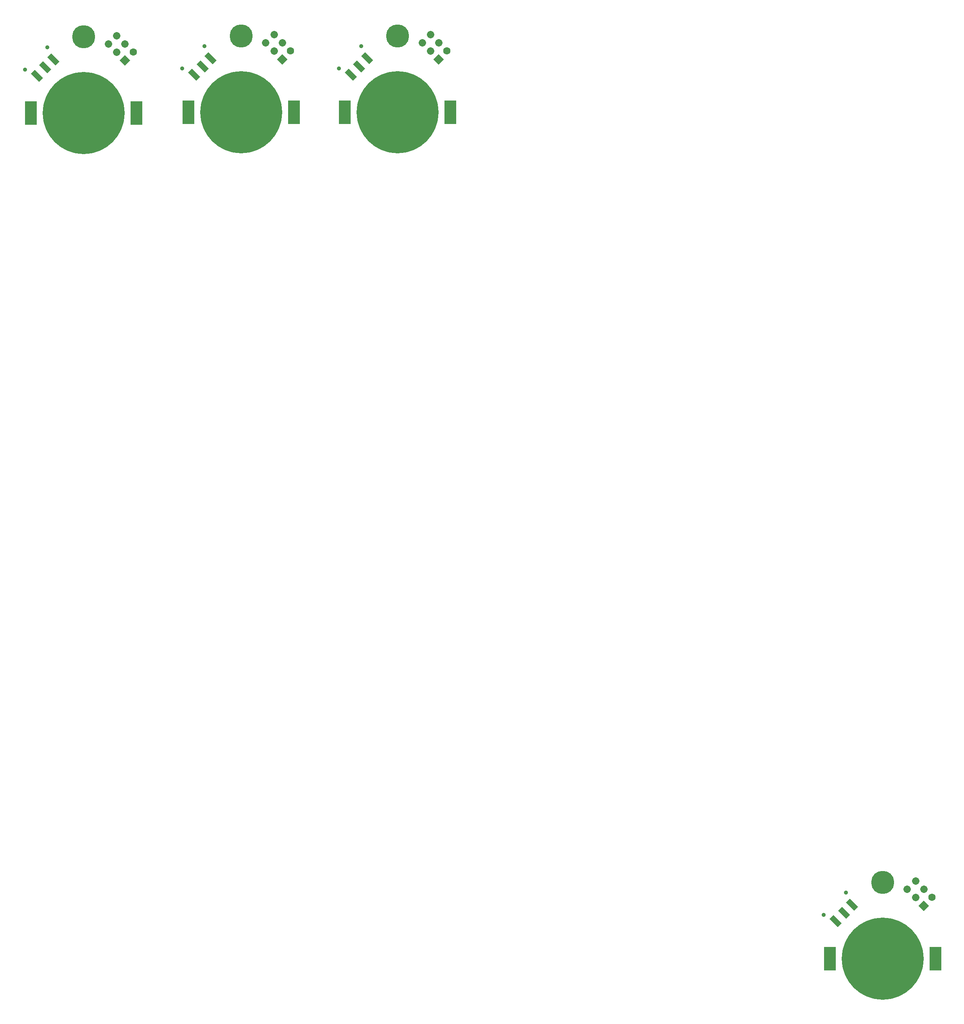
<source format=gbs>
%MOIN*%
%OFA0B0*%
%FSLAX46Y46*%
%IPPOS*%
%LPD*%
%ADD10C,0.0039370078740157488*%
%ADD11C,0.19685039370078741*%
%ADD12C,0.70000000000000007*%
%ADD13R,0.1X0.2*%
%ADD14C,0.062992125984251982*%
%ADD15C,0.062992125984251982*%
%ADD16C,0.035433070866141732*%
%ADD27C,0.0039370078740157488*%
%ADD28C,0.19685039370078741*%
%ADD29C,0.70000000000000007*%
%ADD30R,0.1X0.2*%
%ADD31C,0.062992125984251982*%
%ADD32C,0.062992125984251982*%
%ADD33C,0.035433070866141732*%
%ADD34C,0.0039370078740157488*%
%ADD35C,0.19685039370078741*%
%ADD36C,0.70000000000000007*%
%ADD37R,0.1X0.2*%
%ADD38C,0.062992125984251982*%
%ADD39C,0.062992125984251982*%
%ADD40C,0.035433070866141732*%
%ADD41C,0.0039370078740157488*%
%ADD42C,0.19685039370078741*%
%ADD43C,0.70000000000000007*%
%ADD44R,0.1X0.2*%
%ADD45C,0.062992125984251982*%
%ADD46C,0.062992125984251982*%
%ADD47C,0.035433070866141732*%
G01*
D10*
D11*
X-0007703924Y0006320522D02*
X0000496074Y0003170522D03*
D12*
X0000496074Y0002520522D03*
D13*
X0000946074Y0002520522D03*
X0000046073Y0002520522D03*
D10*
G36*
X0000846074Y0002925980D02*
X0000801532Y0002970522D01*
X0000846074Y0003015065D01*
X0000890616Y0002970522D01*
X0000846074Y0002925980D01*
X0000846074Y0002925980D01*
G37*
D14*
X0000916785Y0003041233D03*
D15*
X0000775364Y0003041233D02*
X0000775364Y0003041233D01*
X0000846074Y0003111943D02*
X0000846074Y0003111943D01*
X0000704653Y0003111943D02*
X0000704653Y0003111943D01*
X0000775364Y0003182654D02*
X0000775364Y0003182654D01*
D16*
X0000184170Y0003081731D03*
D10*
G36*
X0000114572Y0002789423D02*
X0000044974Y0002859020D01*
X0000078382Y0002892427D01*
X0000147979Y0002822830D01*
X0000114572Y0002789423D01*
X0000114572Y0002789423D01*
G37*
G36*
X0000185283Y0002860134D02*
X0000115686Y0002929731D01*
X0000149093Y0002963138D01*
X0000218690Y0002893541D01*
X0000185283Y0002860134D01*
X0000185283Y0002860134D01*
G37*
G36*
X0000253767Y0002928618D02*
X0000184170Y0002998215D01*
X0000217576Y0003031621D01*
X0000287173Y0002962024D01*
X0000253767Y0002928618D01*
X0000253767Y0002928618D01*
G37*
D16*
X-0000005134Y0002892427D03*
G04 next file*
G04 #@! TF.FileFunction,Soldermask,Bot*
G04 Gerber Fmt 4.6, Leading zero omitted, Abs format (unit mm)*
G04 Created by KiCad (PCBNEW 4.0.7) date 09/05/18 20:36:06*
G01*
G04 APERTURE LIST*
G04 APERTURE END LIST*
D27*
D28*
X-0006362672Y0006329572D02*
X0001837326Y0003179572D03*
D29*
X0001837326Y0002529572D03*
D30*
X0002287326Y0002529572D03*
X0001387326Y0002529572D03*
D27*
G36*
X0002187326Y0002935030D02*
X0002142784Y0002979572D01*
X0002187326Y0003024114D01*
X0002231868Y0002979572D01*
X0002187326Y0002935030D01*
X0002187326Y0002935030D01*
G37*
D31*
X0002258037Y0003050282D03*
D32*
X0002116615Y0003050282D02*
X0002116615Y0003050282D01*
X0002187326Y0003120993D02*
X0002187326Y0003120993D01*
X0002045904Y0003120993D02*
X0002045904Y0003120993D01*
X0002116615Y0003191704D02*
X0002116615Y0003191704D01*
D33*
X0001525421Y0003090781D03*
D27*
G36*
X0001455824Y0002798473D02*
X0001386227Y0002868070D01*
X0001419634Y0002901477D01*
X0001489231Y0002831880D01*
X0001455824Y0002798473D01*
X0001455824Y0002798473D01*
G37*
G36*
X0001526535Y0002869184D02*
X0001456938Y0002938781D01*
X0001490344Y0002972187D01*
X0001559941Y0002902590D01*
X0001526535Y0002869184D01*
X0001526535Y0002869184D01*
G37*
G36*
X0001595018Y0002937667D02*
X0001525421Y0003007264D01*
X0001558828Y0003040671D01*
X0001628425Y0002971074D01*
X0001595018Y0002937667D01*
X0001595018Y0002937667D01*
G37*
D33*
X0001336117Y0002901477D03*
G04 next file*
G04 #@! TF.FileFunction,Soldermask,Bot*
G04 Gerber Fmt 4.6, Leading zero omitted, Abs format (unit mm)*
G04 Created by KiCad (PCBNEW 4.0.7) date 09/05/18 20:36:06*
G01*
G04 APERTURE LIST*
G04 APERTURE END LIST*
D34*
D35*
X-0005028066Y0006329572D02*
X0003171932Y0003179572D03*
D36*
X0003171932Y0002529572D03*
D37*
X0003621932Y0002529572D03*
X0002721931Y0002529572D03*
D34*
G36*
X0003521932Y0002935030D02*
X0003477390Y0002979572D01*
X0003521932Y0003024114D01*
X0003566475Y0002979572D01*
X0003521932Y0002935030D01*
X0003521932Y0002935030D01*
G37*
D38*
X0003592643Y0003050282D03*
D39*
X0003451222Y0003050282D02*
X0003451222Y0003050282D01*
X0003521932Y0003120993D02*
X0003521932Y0003120993D01*
X0003380511Y0003120993D02*
X0003380511Y0003120993D01*
X0003451222Y0003191704D02*
X0003451222Y0003191704D01*
D40*
X0002860028Y0003090781D03*
D34*
G36*
X0002790431Y0002798473D02*
X0002720833Y0002868070D01*
X0002754239Y0002901477D01*
X0002823837Y0002831880D01*
X0002790431Y0002798473D01*
X0002790431Y0002798473D01*
G37*
G36*
X0002861141Y0002869184D02*
X0002791544Y0002938781D01*
X0002824950Y0002972187D01*
X0002894548Y0002902590D01*
X0002861141Y0002869184D01*
X0002861141Y0002869184D01*
G37*
G36*
X0002929625Y0002937667D02*
X0002860028Y0003007264D01*
X0002893434Y0003040671D01*
X0002963031Y0002971074D01*
X0002929625Y0002937667D01*
X0002929625Y0002937667D01*
G37*
D40*
X0002670723Y0002901477D03*
G04 next file*
G04 #@! TF.FileFunction,Soldermask,Bot*
G04 Gerber Fmt 4.6, Leading zero omitted, Abs format (unit mm)*
G04 Created by KiCad (PCBNEW 4.0.7) date 09/05/18 20:36:06*
G01*
G04 APERTURE LIST*
G04 APERTURE END LIST*
D41*
D42*
X-0000892900Y-0000884200D02*
X0007307098Y-0004034200D03*
D43*
X0007307098Y-0004684200D03*
D44*
X0007757098Y-0004684200D03*
X0006857098Y-0004684200D03*
D41*
G36*
X0007657098Y-0004278742D02*
X0007612556Y-0004234200D01*
X0007657098Y-0004189657D01*
X0007701640Y-0004234200D01*
X0007657098Y-0004278742D01*
X0007657098Y-0004278742D01*
G37*
D45*
X0007727808Y-0004163489D03*
D46*
X0007586387Y-0004163489D02*
X0007586387Y-0004163489D01*
X0007657098Y-0004092779D02*
X0007657098Y-0004092779D01*
X0007515677Y-0004092779D02*
X0007515677Y-0004092779D01*
X0007586387Y-0004022068D02*
X0007586387Y-0004022068D01*
D47*
X0006995193Y-0004122991D03*
D41*
G36*
X0006925596Y-0004415299D02*
X0006855999Y-0004345702D01*
X0006889406Y-0004312295D01*
X0006959003Y-0004381892D01*
X0006925596Y-0004415299D01*
X0006925596Y-0004415299D01*
G37*
G36*
X0006996307Y-0004344588D02*
X0006926710Y-0004274991D01*
X0006960116Y-0004241585D01*
X0007029713Y-0004311182D01*
X0006996307Y-0004344588D01*
X0006996307Y-0004344588D01*
G37*
G36*
X0007064790Y-0004276105D02*
X0006995193Y-0004206508D01*
X0007028600Y-0004173101D01*
X0007098197Y-0004242698D01*
X0007064790Y-0004276105D01*
X0007064790Y-0004276105D01*
G37*
D47*
X0006805889Y-0004312295D03*
M02*
</source>
